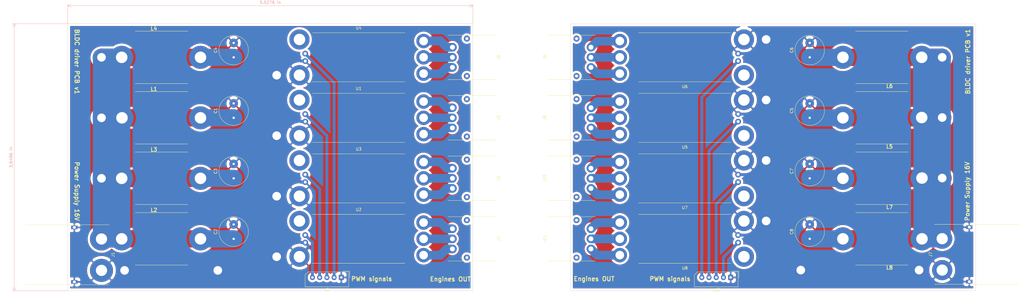
<source format=kicad_pcb>
(kicad_pcb (version 20171130) (host pcbnew "(5.1.0)-1")
  (layers (0 F.Cu signal) (31 B.Cu signal) (34 B.Paste user) (35 F.Paste user) (36 B.SilkS user) (37 F.SilkS user) (38 B.Mask user) (39 F.Mask user) (44 Edge.Cuts user))
  (net 0 "")
  (net 1 GND)
  (net 2 "Net-(C1-Pad1)")
  (net 3 "Net-(C2-Pad1)")
  (net 4 "Net-(C3-Pad1)")
  (net 5 "Net-(C4-Pad1)")
  (net 6 "Net-(J2-Pad5)")
  (net 7 "Net-(J2-Pad4)")
  (net 8 "Net-(J2-Pad3)")
  (net 9 "Net-(J2-Pad2)")
  (net 10 "Net-(J3-Pad3)")
  (net 11 "Net-(J3-Pad1)")
  (net 12 "Net-(J3-Pad2)")
  (net 13 "Net-(J4-Pad3)")
  (net 14 "Net-(J4-Pad1)")
  (net 15 "Net-(J4-Pad2)")
  (net 16 "Net-(J5-Pad3)")
  (net 17 "Net-(J5-Pad1)")
  (net 18 "Net-(J5-Pad2)")
  (net 19 "Net-(J6-Pad3)")
  (net 20 "Net-(J6-Pad1)")
  (net 21 "Net-(J6-Pad2)")
  (net 22 "Net-(C5-Pad1)")
  (net 23 "Net-(C6-Pad1)")
  (net 24 "Net-(C7-Pad1)")
  (net 25 "Net-(C8-Pad1)")
  (net 26 "Net-(J8-Pad3)")
  (net 27 "Net-(J8-Pad1)")
  (net 28 "Net-(J8-Pad2)")
  (net 29 "Net-(J9-Pad3)")
  (net 30 "Net-(J9-Pad1)")
  (net 31 "Net-(J9-Pad2)")
  (net 32 "Net-(J10-Pad3)")
  (net 33 "Net-(J10-Pad1)")
  (net 34 "Net-(J10-Pad2)")
  (net 35 "Net-(J11-Pad3)")
  (net 36 "Net-(J11-Pad1)")
  (net 37 "Net-(J11-Pad2)")
  (net 38 "Net-(J12-Pad5)")
  (net 39 "Net-(J12-Pad4)")
  (net 40 "Net-(J12-Pad3)")
  (net 41 "Net-(J12-Pad2)")
  (net 42 "Net-(J7-Pad2)")
  (net 43 "Net-(J1-Pad1)")
  (module ESC:ESC (layer F.Cu) (at 229.8 76.7 180)
    (fp_text reference U7 (at 0 -10.16 180) (layer F.SilkS))
    (fp_text value ESC)
    (fp_line (start -16 8.5) (end 16 8.5) (layer F.SilkS) (width 0.12))
    (fp_line (start -16 -8.5) (end 16 -8.5) (layer F.SilkS) (width 0.12))
    (pad 3 thru_hole circle (at -18.5 -1.3 180) (size 2 2) (drill 1) (layers *.Cu *.Mask) (net 40 "Net-(J12-Pad3)"))
    (pad 4 thru_hole circle (at -18.5 1.3 180) (size 2 2) (drill 1) (layers *.Cu *.Mask) (net 1 GND))
    (pad 6 thru_hole circle (at 22.5 0 180) (size 5 5) (drill 3) (layers *.Cu *.Mask) (net 34 "Net-(J10-Pad2)"))
    (pad 5 thru_hole circle (at 22.5 5.65 180) (size 5 5) (drill 3) (layers *.Cu *.Mask) (net 32 "Net-(J10-Pad3)"))
    (pad 7 thru_hole circle (at 22.5 -5.65 180) (size 5 5) (drill 3) (layers *.Cu *.Mask) (net 33 "Net-(J10-Pad1)"))
    (pad 2 thru_hole circle (at -20.5 6.2 180) (size 7 7) (drill 4) (layers *.Cu *.Mask) (net 1 GND))
    (pad 1 thru_hole circle (at -20.5 -6.2 180) (size 7 7) (drill 4) (layers *.Cu *.Mask) (net 24 "Net-(C7-Pad1)"))
  )
  (module ESC:ESC (layer F.Cu) (at 229.8 97.7 180)
    (fp_text reference U8 (at 0 -10.16 180) (layer F.SilkS))
    (fp_text value ESC)
    (fp_line (start -16 8.5) (end 16 8.5) (layer F.SilkS) (width 0.12))
    (fp_line (start -16 -8.5) (end 16 -8.5) (layer F.SilkS) (width 0.12))
    (pad 3 thru_hole circle (at -18.5 -1.3 180) (size 2 2) (drill 1) (layers *.Cu *.Mask) (net 41 "Net-(J12-Pad2)"))
    (pad 4 thru_hole circle (at -18.5 1.3 180) (size 2 2) (drill 1) (layers *.Cu *.Mask) (net 1 GND))
    (pad 6 thru_hole circle (at 22.5 0 180) (size 5 5) (drill 3) (layers *.Cu *.Mask) (net 37 "Net-(J11-Pad2)"))
    (pad 5 thru_hole circle (at 22.5 5.65 180) (size 5 5) (drill 3) (layers *.Cu *.Mask) (net 35 "Net-(J11-Pad3)"))
    (pad 7 thru_hole circle (at 22.5 -5.65 180) (size 5 5) (drill 3) (layers *.Cu *.Mask) (net 36 "Net-(J11-Pad1)"))
    (pad 2 thru_hole circle (at -20.5 6.2 180) (size 7 7) (drill 4) (layers *.Cu *.Mask) (net 1 GND))
    (pad 1 thru_hole circle (at -20.5 -6.2 180) (size 7 7) (drill 4) (layers *.Cu *.Mask) (net 25 "Net-(C8-Pad1)"))
  )
  (module ESC:ESC (layer F.Cu) (at 229.8 34.7 180)
    (fp_text reference U6 (at 0 -10.16 180) (layer F.SilkS))
    (fp_text value ESC)
    (fp_line (start -16 8.5) (end 16 8.5) (layer F.SilkS) (width 0.12))
    (fp_line (start -16 -8.5) (end 16 -8.5) (layer F.SilkS) (width 0.12))
    (pad 3 thru_hole circle (at -18.5 -1.3 180) (size 2 2) (drill 1) (layers *.Cu *.Mask) (net 39 "Net-(J12-Pad4)"))
    (pad 4 thru_hole circle (at -18.5 1.3 180) (size 2 2) (drill 1) (layers *.Cu *.Mask) (net 1 GND))
    (pad 6 thru_hole circle (at 22.5 0 180) (size 5 5) (drill 3) (layers *.Cu *.Mask) (net 31 "Net-(J9-Pad2)"))
    (pad 5 thru_hole circle (at 22.5 5.65 180) (size 5 5) (drill 3) (layers *.Cu *.Mask) (net 29 "Net-(J9-Pad3)"))
    (pad 7 thru_hole circle (at 22.5 -5.65 180) (size 5 5) (drill 3) (layers *.Cu *.Mask) (net 30 "Net-(J9-Pad1)"))
    (pad 2 thru_hole circle (at -20.5 6.2 180) (size 7 7) (drill 4) (layers *.Cu *.Mask) (net 1 GND))
    (pad 1 thru_hole circle (at -20.5 -6.2 180) (size 7 7) (drill 4) (layers *.Cu *.Mask) (net 23 "Net-(C6-Pad1)"))
  )
  (module ESC:ESC (layer F.Cu) (at 229.8 55.7 180)
    (fp_text reference U5 (at 0 -10.16 180) (layer F.SilkS))
    (fp_text value ESC)
    (fp_line (start -16 8.5) (end 16 8.5) (layer F.SilkS) (width 0.12))
    (fp_line (start -16 -8.5) (end 16 -8.5) (layer F.SilkS) (width 0.12))
    (pad 3 thru_hole circle (at -18.5 -1.3 180) (size 2 2) (drill 1) (layers *.Cu *.Mask) (net 38 "Net-(J12-Pad5)"))
    (pad 4 thru_hole circle (at -18.5 1.3 180) (size 2 2) (drill 1) (layers *.Cu *.Mask) (net 1 GND))
    (pad 6 thru_hole circle (at 22.5 0 180) (size 5 5) (drill 3) (layers *.Cu *.Mask) (net 28 "Net-(J8-Pad2)"))
    (pad 5 thru_hole circle (at 22.5 5.65 180) (size 5 5) (drill 3) (layers *.Cu *.Mask) (net 26 "Net-(J8-Pad3)"))
    (pad 7 thru_hole circle (at 22.5 -5.65 180) (size 5 5) (drill 3) (layers *.Cu *.Mask) (net 27 "Net-(J8-Pad1)"))
    (pad 2 thru_hole circle (at -20.5 6.2 180) (size 7 7) (drill 4) (layers *.Cu *.Mask) (net 1 GND))
    (pad 1 thru_hole circle (at -20.5 -6.2 180) (size 7 7) (drill 4) (layers *.Cu *.Mask) (net 22 "Net-(C5-Pad1)"))
  )
  (module 74435571100:WE-HCI_189023 (layer F.Cu) (at 298.1 97.7 180)
    (fp_text reference L8 (at -2.65 -10 180) (layer F.SilkS) (effects (font (size 1.27 1.27) (thickness 0.254))))
    (fp_text value L hide)
    (fp_line (start -9.1 9.1) (end 9.1 9.1) (layer F.SilkS) (width 0.127))
    (fp_line (start -9.1 -9.1) (end 9.1 -9.1) (layer F.SilkS) (width 0.127))
    (pad 1 smd rect (at -6.65 0 270) (size 6 6) (layers F.Cu F.Paste F.Mask) (net 42 "Net-(J7-Pad2)"))
    (pad 2 smd rect (at 6.65 0 270) (size 6 6) (layers F.Cu F.Paste F.Mask) (net 25 "Net-(C8-Pad1)"))
  )
  (module 74435571100:WE-HCI_189023 (layer F.Cu) (at 298.1 76.7 180)
    (fp_text reference L7 (at -2.65 -10 180) (layer F.SilkS) (effects (font (size 1.27 1.27) (thickness 0.254))))
    (fp_text value L hide)
    (fp_line (start -9.1 9.1) (end 9.1 9.1) (layer F.SilkS) (width 0.127))
    (fp_line (start -9.1 -9.1) (end 9.1 -9.1) (layer F.SilkS) (width 0.127))
    (pad 1 smd rect (at -6.65 0 270) (size 6 6) (layers F.Cu F.Paste F.Mask) (net 42 "Net-(J7-Pad2)"))
    (pad 2 smd rect (at 6.65 0 270) (size 6 6) (layers F.Cu F.Paste F.Mask) (net 24 "Net-(C7-Pad1)"))
  )
  (module 74435571100:WE-HCI_189023 (layer F.Cu) (at 298.1 34.7 180)
    (fp_text reference L6 (at -2.65 -10 180) (layer F.SilkS) (effects (font (size 1.27 1.27) (thickness 0.254))))
    (fp_text value L hide)
    (fp_line (start -9.1 9.1) (end 9.1 9.1) (layer F.SilkS) (width 0.127))
    (fp_line (start -9.1 -9.1) (end 9.1 -9.1) (layer F.SilkS) (width 0.127))
    (pad 1 smd rect (at -6.65 0 270) (size 6 6) (layers F.Cu F.Paste F.Mask) (net 42 "Net-(J7-Pad2)"))
    (pad 2 smd rect (at 6.65 0 270) (size 6 6) (layers F.Cu F.Paste F.Mask) (net 23 "Net-(C6-Pad1)"))
  )
  (module 74435571100:WE-HCI_189023 (layer F.Cu) (at 298.1 55.7 180)
    (fp_text reference L5 (at -2.65 -10 180) (layer F.SilkS) (effects (font (size 1.27 1.27) (thickness 0.254))))
    (fp_text value L hide)
    (fp_line (start -9.1 9.1) (end 9.1 9.1) (layer F.SilkS) (width 0.127))
    (fp_line (start -9.1 -9.1) (end 9.1 -9.1) (layer F.SilkS) (width 0.127))
    (pad 1 smd rect (at -6.65 0 270) (size 6 6) (layers F.Cu F.Paste F.Mask) (net 42 "Net-(J7-Pad2)"))
    (pad 2 smd rect (at 6.65 0 270) (size 6 6) (layers F.Cu F.Paste F.Mask) (net 22 "Net-(C5-Pad1)"))
  )
  (module Connector_Molex:Molex_SPOX_5267-05A_1x05_P2.50mm_Vertical (layer F.Cu) (at 245.7 111.1 180)
    (fp_text reference J12 (at 5 -4.3 180) (layer F.SilkS))
    (fp_text value Conn_01x05)
    (fp_line (start -2.86 2.21) (end -0.45 2.21) (layer F.SilkS) (width 0.12))
    (fp_line (start -2.86 -0.2) (end -2.86 2.21) (layer F.SilkS) (width 0.12))
    (fp_line (start 12.56 -3.21) (end -2.56 -3.21) (layer F.SilkS) (width 0.12))
    (fp_line (start 12.56 0.91) (end 12.56 -3.21) (layer F.SilkS) (width 0.12))
    (fp_line (start 11.56 1.91) (end 12.56 0.91) (layer F.SilkS) (width 0.12))
    (fp_line (start -2.56 1.91) (end 11.56 1.91) (layer F.SilkS) (width 0.12))
    (fp_line (start -2.56 -3.21) (end -2.56 1.91) (layer F.SilkS) (width 0.12))
    (pad 5 thru_hole oval (at 10 0 180) (size 1.7 1.85) (drill 0.85) (layers *.Cu *.Mask) (net 39 "Net-(J12-Pad4)"))
    (pad 4 thru_hole oval (at 7.5 0 180) (size 1.7 1.85) (drill 0.85) (layers *.Cu *.Mask) (net 38 "Net-(J12-Pad5)"))
    (pad 3 thru_hole oval (at 5 0 180) (size 1.7 1.85) (drill 0.85) (layers *.Cu *.Mask) (net 40 "Net-(J12-Pad3)"))
    (pad 2 thru_hole oval (at 2.5 0 180) (size 1.7 1.85) (drill 0.85) (layers *.Cu *.Mask) (net 41 "Net-(J12-Pad2)"))
    (pad 1 thru_hole roundrect (at 0 0 180) (size 1.7 1.85) (drill 0.85) (layers *.Cu *.Mask) (roundrect_rratio 0.147059) (net 1 GND))
  )
  (module Connectors:MR30PW-FB (layer F.Cu) (at 197.3 97.7 90)
    (fp_text reference J11 (at 0 -16 90) (layer F.SilkS))
    (fp_text value Conn_01x03)
    (fp_line (start 7.7 -15) (end 7.7 1.5) (layer F.SilkS) (width 0.12))
    (fp_line (start -7.7 -15) (end -7.7 1.5) (layer F.SilkS) (width 0.12))
    (pad 5 thru_hole circle (at 6.5 -5 90) (size 2.1 2.1) (drill 1) (layers *.Cu *.Mask))
    (pad 4 thru_hole circle (at -6.5 -5 90) (size 2.1 2.1) (drill 1) (layers *.Cu *.Mask))
    (pad 3 thru_hole circle (at 3.5 0 90) (size 2.8 2.8) (drill 1.7) (layers *.Cu *.Mask) (net 35 "Net-(J11-Pad3)"))
    (pad 1 thru_hole circle (at -3.5 0 90) (size 2.8 2.8) (drill 1.7) (layers *.Cu *.Mask) (net 36 "Net-(J11-Pad1)"))
    (pad 2 thru_hole circle (at 0 0 90) (size 2.8 2.8) (drill 1.7) (layers *.Cu *.Mask) (net 37 "Net-(J11-Pad2)"))
  )
  (module Connectors:MR30PW-FB (layer F.Cu) (at 197.3 76.7 90)
    (fp_text reference J10 (at 0 -16 90) (layer F.SilkS))
    (fp_text value Conn_01x03)
    (fp_line (start 7.7 -15) (end 7.7 1.5) (layer F.SilkS) (width 0.12))
    (fp_line (start -7.7 -15) (end -7.7 1.5) (layer F.SilkS) (width 0.12))
    (pad 5 thru_hole circle (at 6.5 -5 90) (size 2.1 2.1) (drill 1) (layers *.Cu *.Mask))
    (pad 4 thru_hole circle (at -6.5 -5 90) (size 2.1 2.1) (drill 1) (layers *.Cu *.Mask))
    (pad 3 thru_hole circle (at 3.5 0 90) (size 2.8 2.8) (drill 1.7) (layers *.Cu *.Mask) (net 32 "Net-(J10-Pad3)"))
    (pad 1 thru_hole circle (at -3.5 0 90) (size 2.8 2.8) (drill 1.7) (layers *.Cu *.Mask) (net 33 "Net-(J10-Pad1)"))
    (pad 2 thru_hole circle (at 0 0 90) (size 2.8 2.8) (drill 1.7) (layers *.Cu *.Mask) (net 34 "Net-(J10-Pad2)"))
  )
  (module Connectors:MR30PW-FB (layer F.Cu) (at 197.3 34.7 90)
    (fp_text reference J9 (at 0 -16 90) (layer F.SilkS))
    (fp_text value Conn_01x03)
    (fp_line (start 7.7 -15) (end 7.7 1.5) (layer F.SilkS) (width 0.12))
    (fp_line (start -7.7 -15) (end -7.7 1.5) (layer F.SilkS) (width 0.12))
    (pad 5 thru_hole circle (at 6.5 -5 90) (size 2.1 2.1) (drill 1) (layers *.Cu *.Mask))
    (pad 4 thru_hole circle (at -6.5 -5 90) (size 2.1 2.1) (drill 1) (layers *.Cu *.Mask))
    (pad 3 thru_hole circle (at 3.5 0 90) (size 2.8 2.8) (drill 1.7) (layers *.Cu *.Mask) (net 29 "Net-(J9-Pad3)"))
    (pad 1 thru_hole circle (at -3.5 0 90) (size 2.8 2.8) (drill 1.7) (layers *.Cu *.Mask) (net 30 "Net-(J9-Pad1)"))
    (pad 2 thru_hole circle (at 0 0 90) (size 2.8 2.8) (drill 1.7) (layers *.Cu *.Mask) (net 31 "Net-(J9-Pad2)"))
  )
  (module Connectors:MR30PW-FB (layer F.Cu) (at 197.3 55.7 90)
    (fp_text reference J8 (at 0 -16 90) (layer F.SilkS))
    (fp_text value Conn_01x03)
    (fp_line (start 7.7 -15) (end 7.7 1.5) (layer F.SilkS) (width 0.12))
    (fp_line (start -7.7 -15) (end -7.7 1.5) (layer F.SilkS) (width 0.12))
    (pad 5 thru_hole circle (at 6.5 -5 90) (size 2.1 2.1) (drill 1) (layers *.Cu *.Mask))
    (pad 4 thru_hole circle (at -6.5 -5 90) (size 2.1 2.1) (drill 1) (layers *.Cu *.Mask))
    (pad 3 thru_hole circle (at 3.5 0 90) (size 2.8 2.8) (drill 1.7) (layers *.Cu *.Mask) (net 26 "Net-(J8-Pad3)"))
    (pad 1 thru_hole circle (at -3.5 0 90) (size 2.8 2.8) (drill 1.7) (layers *.Cu *.Mask) (net 27 "Net-(J8-Pad1)"))
    (pad 2 thru_hole circle (at 0 0 90) (size 2.8 2.8) (drill 1.7) (layers *.Cu *.Mask) (net 28 "Net-(J8-Pad2)"))
  )
  (module Connectors:XT90PW-F (layer F.Cu) (at 319 103.1 90)
    (fp_text reference J7 (at 0 -4 90) (layer F.SilkS))
    (fp_text value XT90PW-F)
    (fp_line (start 10.4 -2.7) (end 10.4 26.35) (layer F.SilkS) (width 0.12))
    (fp_line (start -10.4 -2.7) (end -10.4 26.35) (layer F.SilkS) (width 0.12))
    (pad 4 thru_hole rect (at 9.45 9.4 90) (size 1.2 2.2) (drill 1) (layers *.Cu *.Mask) (net 1 GND))
    (pad 3 thru_hole rect (at -9.45 9.4 90) (size 1.2 2.2) (drill 1) (layers *.Cu *.Mask) (net 1 GND))
    (pad 2 thru_hole circle (at 5.45 0 90) (size 7 7) (drill 3.9) (layers *.Cu *.Mask) (net 42 "Net-(J7-Pad2)"))
    (pad 1 thru_hole circle (at -5.45 0 90) (size 7 7) (drill 3.9) (layers *.Cu *.Mask) (net 1 GND))
  )
  (module Capacitor_THT:C_Radial_D10.0mm_H20.0mm_P5.00mm (layer F.Cu) (at 273.1 97.7 90)
    (fp_text reference C8 (at 2.5 -6.25 90) (layer F.SilkS))
    (fp_text value CP)
    (fp_circle (center 2.5 0) (end 7.62 0) (layer F.SilkS) (width 0.12))
    (pad 2 thru_hole circle (at 5 0 90) (size 3 3) (drill 0.8) (layers *.Cu *.Mask) (net 1 GND))
    (pad 1 thru_hole circle (at 0 0 90) (size 3 3) (drill 0.8) (layers *.Cu *.Mask) (net 25 "Net-(C8-Pad1)"))
  )
  (module Capacitor_THT:C_Radial_D10.0mm_H20.0mm_P5.00mm (layer F.Cu) (at 273.1 76.7 90)
    (fp_text reference C7 (at 2.5 -6.25 90) (layer F.SilkS))
    (fp_text value CP)
    (fp_circle (center 2.5 0) (end 7.62 0) (layer F.SilkS) (width 0.12))
    (pad 2 thru_hole circle (at 5 0 90) (size 3 3) (drill 0.8) (layers *.Cu *.Mask) (net 1 GND))
    (pad 1 thru_hole circle (at 0 0 90) (size 3 3) (drill 0.8) (layers *.Cu *.Mask) (net 24 "Net-(C7-Pad1)"))
  )
  (module Capacitor_THT:C_Radial_D10.0mm_H20.0mm_P5.00mm (layer F.Cu) (at 273.1 34.7 90)
    (fp_text reference C6 (at 2.5 -6.25 90) (layer F.SilkS))
    (fp_text value CP)
    (fp_circle (center 2.5 0) (end 7.62 0) (layer F.SilkS) (width 0.12))
    (pad 2 thru_hole circle (at 5 0 90) (size 3 3) (drill 0.8) (layers *.Cu *.Mask) (net 1 GND))
    (pad 1 thru_hole circle (at 0 0 90) (size 3 3) (drill 0.8) (layers *.Cu *.Mask) (net 23 "Net-(C6-Pad1)"))
  )
  (module Capacitor_THT:C_Radial_D10.0mm_H20.0mm_P5.00mm (layer F.Cu) (at 273.1 55.7 90)
    (fp_text reference C5 (at 2.5 -6.25 90) (layer F.SilkS))
    (fp_text value CP)
    (fp_circle (center 2.5 0) (end 7.62 0) (layer F.SilkS) (width 0.12))
    (pad 2 thru_hole circle (at 5 0 90) (size 3 3) (drill 0.8) (layers *.Cu *.Mask) (net 1 GND))
    (pad 1 thru_hole circle (at 0 0 90) (size 3 3) (drill 0.8) (layers *.Cu *.Mask) (net 22 "Net-(C5-Pad1)"))
  )
  (module Connectors:MR30PW-FB (layer F.Cu) (at 149.3 76.7 270)
    (fp_text reference J5 (at 0 -16 270) (layer F.SilkS))
    (fp_text value Conn_01x03)
    (fp_line (start 7.7 -15) (end 7.7 1.5) (layer F.SilkS) (width 0.12))
    (fp_line (start -7.7 -15) (end -7.7 1.5) (layer F.SilkS) (width 0.12))
    (pad 5 thru_hole circle (at 6.5 -5 270) (size 2.1 2.1) (drill 1) (layers *.Cu *.Mask))
    (pad 4 thru_hole circle (at -6.5 -5 270) (size 2.1 2.1) (drill 1) (layers *.Cu *.Mask))
    (pad 3 thru_hole circle (at 3.5 0 270) (size 2.8 2.8) (drill 1.7) (layers *.Cu *.Mask) (net 16 "Net-(J5-Pad3)"))
    (pad 1 thru_hole circle (at -3.5 0 270) (size 2.8 2.8) (drill 1.7) (layers *.Cu *.Mask) (net 17 "Net-(J5-Pad1)"))
    (pad 2 thru_hole circle (at 0 0 270) (size 2.8 2.8) (drill 1.7) (layers *.Cu *.Mask) (net 18 "Net-(J5-Pad2)"))
  )
  (module Connectors:MR30PW-FB (layer F.Cu) (at 149.3 97.7 270)
    (fp_text reference J4 (at 0 -16 270) (layer F.SilkS))
    (fp_text value Conn_01x03)
    (fp_line (start 7.7 -15) (end 7.7 1.5) (layer F.SilkS) (width 0.12))
    (fp_line (start -7.7 -15) (end -7.7 1.5) (layer F.SilkS) (width 0.12))
    (pad 5 thru_hole circle (at 6.5 -5 270) (size 2.1 2.1) (drill 1) (layers *.Cu *.Mask))
    (pad 4 thru_hole circle (at -6.5 -5 270) (size 2.1 2.1) (drill 1) (layers *.Cu *.Mask))
    (pad 3 thru_hole circle (at 3.5 0 270) (size 2.8 2.8) (drill 1.7) (layers *.Cu *.Mask) (net 13 "Net-(J4-Pad3)"))
    (pad 1 thru_hole circle (at -3.5 0 270) (size 2.8 2.8) (drill 1.7) (layers *.Cu *.Mask) (net 14 "Net-(J4-Pad1)"))
    (pad 2 thru_hole circle (at 0 0 270) (size 2.8 2.8) (drill 1.7) (layers *.Cu *.Mask) (net 15 "Net-(J4-Pad2)"))
  )
  (module Connectors:MR30PW-FB (layer F.Cu) (at 149.3 55.7 270)
    (fp_text reference J3 (at 0 -16 270) (layer F.SilkS))
    (fp_text value Conn_01x03)
    (fp_line (start 7.7 -15) (end 7.7 1.5) (layer F.SilkS) (width 0.12))
    (fp_line (start -7.7 -15) (end -7.7 1.5) (layer F.SilkS) (width 0.12))
    (pad 5 thru_hole circle (at 6.5 -5 270) (size 2.1 2.1) (drill 1) (layers *.Cu *.Mask))
    (pad 4 thru_hole circle (at -6.5 -5 270) (size 2.1 2.1) (drill 1) (layers *.Cu *.Mask))
    (pad 3 thru_hole circle (at 3.5 0 270) (size 2.8 2.8) (drill 1.7) (layers *.Cu *.Mask) (net 10 "Net-(J3-Pad3)"))
    (pad 1 thru_hole circle (at -3.5 0 270) (size 2.8 2.8) (drill 1.7) (layers *.Cu *.Mask) (net 11 "Net-(J3-Pad1)"))
    (pad 2 thru_hole circle (at 0 0 270) (size 2.8 2.8) (drill 1.7) (layers *.Cu *.Mask) (net 12 "Net-(J3-Pad2)"))
  )
  (module Connectors:MR30PW-FB (layer F.Cu) (at 149.3 34.7 270)
    (fp_text reference J6 (at 0 -16 270) (layer F.SilkS))
    (fp_text value Conn_01x03)
    (fp_line (start 7.7 -15) (end 7.7 1.5) (layer F.SilkS) (width 0.12))
    (fp_line (start -7.7 -15) (end -7.7 1.5) (layer F.SilkS) (width 0.12))
    (pad 5 thru_hole circle (at 6.5 -5 270) (size 2.1 2.1) (drill 1) (layers *.Cu *.Mask))
    (pad 4 thru_hole circle (at -6.5 -5 270) (size 2.1 2.1) (drill 1) (layers *.Cu *.Mask))
    (pad 3 thru_hole circle (at 3.5 0 270) (size 2.8 2.8) (drill 1.7) (layers *.Cu *.Mask) (net 19 "Net-(J6-Pad3)"))
    (pad 1 thru_hole circle (at -3.5 0 270) (size 2.8 2.8) (drill 1.7) (layers *.Cu *.Mask) (net 20 "Net-(J6-Pad1)"))
    (pad 2 thru_hole circle (at 0 0 270) (size 2.8 2.8) (drill 1.7) (layers *.Cu *.Mask) (net 21 "Net-(J6-Pad2)"))
  )
  (module Connectors:XT90PW-F (layer F.Cu) (at 27.7 103.2 270)
    (fp_text reference J1 (at 0 -4 270) (layer F.SilkS))
    (fp_text value XT90PW-F)
    (fp_line (start 10.4 -2.7) (end 10.4 26.35) (layer F.SilkS) (width 0.12))
    (fp_line (start -10.4 -2.7) (end -10.4 26.35) (layer F.SilkS) (width 0.12))
    (pad 4 thru_hole rect (at 9.45 9.4 270) (size 1.2 2.2) (drill 1) (layers *.Cu *.Mask) (net 1 GND))
    (pad 3 thru_hole rect (at -9.45 9.4 270) (size 1.2 2.2) (drill 1) (layers *.Cu *.Mask) (net 1 GND))
    (pad 2 thru_hole circle (at 5.45 0 270) (size 8 8) (drill 3.9) (layers *.Cu *.Mask) (net 1 GND))
    (pad 1 thru_hole circle (at -5.45 0 270) (size 8 8) (drill 3.9) (layers *.Cu *.Mask) (net 43 "Net-(J1-Pad1)"))
  )
  (module ESC:ESC (layer F.Cu) (at 116.8 34.7)
    (fp_text reference U4 (at 0 -10.16) (layer F.SilkS))
    (fp_text value ESC)
    (fp_line (start -16 8.5) (end 16 8.5) (layer F.SilkS) (width 0.12))
    (fp_line (start -16 -8.5) (end 16 -8.5) (layer F.SilkS) (width 0.12))
    (pad 3 thru_hole circle (at -18.5 -1.3) (size 2 2) (drill 1) (layers *.Cu *.Mask) (net 9 "Net-(J2-Pad2)"))
    (pad 4 thru_hole circle (at -18.5 1.3) (size 2 2) (drill 1) (layers *.Cu *.Mask) (net 1 GND))
    (pad 6 thru_hole circle (at 22.5 0) (size 5 5) (drill 3) (layers *.Cu *.Mask) (net 21 "Net-(J6-Pad2)"))
    (pad 5 thru_hole circle (at 22.5 5.65) (size 5 5) (drill 3) (layers *.Cu *.Mask) (net 19 "Net-(J6-Pad3)"))
    (pad 7 thru_hole circle (at 22.5 -5.65) (size 5 5) (drill 3) (layers *.Cu *.Mask) (net 20 "Net-(J6-Pad1)"))
    (pad 2 thru_hole circle (at -20.5 6.2) (size 7 7) (drill 4) (layers *.Cu *.Mask) (net 1 GND))
    (pad 1 thru_hole circle (at -20.5 -6.2) (size 7 7) (drill 4) (layers *.Cu *.Mask) (net 5 "Net-(C4-Pad1)"))
  )
  (module ESC:ESC (layer F.Cu) (at 116.8 76.7)
    (fp_text reference U3 (at 0 -10.16) (layer F.SilkS))
    (fp_text value ESC)
    (fp_line (start -16 8.5) (end 16 8.5) (layer F.SilkS) (width 0.12))
    (fp_line (start -16 -8.5) (end 16 -8.5) (layer F.SilkS) (width 0.12))
    (pad 3 thru_hole circle (at -18.5 -1.3) (size 2 2) (drill 1) (layers *.Cu *.Mask) (net 8 "Net-(J2-Pad3)"))
    (pad 4 thru_hole circle (at -18.5 1.3) (size 2 2) (drill 1) (layers *.Cu *.Mask) (net 1 GND))
    (pad 6 thru_hole circle (at 22.5 0) (size 5 5) (drill 3) (layers *.Cu *.Mask) (net 18 "Net-(J5-Pad2)"))
    (pad 5 thru_hole circle (at 22.5 5.65) (size 5 5) (drill 3) (layers *.Cu *.Mask) (net 16 "Net-(J5-Pad3)"))
    (pad 7 thru_hole circle (at 22.5 -5.65) (size 5 5) (drill 3) (layers *.Cu *.Mask) (net 17 "Net-(J5-Pad1)"))
    (pad 2 thru_hole circle (at -20.5 6.2) (size 7 7) (drill 4) (layers *.Cu *.Mask) (net 1 GND))
    (pad 1 thru_hole circle (at -20.5 -6.2) (size 7 7) (drill 4) (layers *.Cu *.Mask) (net 4 "Net-(C3-Pad1)"))
  )
  (module ESC:ESC (layer F.Cu) (at 116.8 97.7)
    (fp_text reference U2 (at 0 -10.16) (layer F.SilkS))
    (fp_text value ESC)
    (fp_line (start -16 8.5) (end 16 8.5) (layer F.SilkS) (width 0.12))
    (fp_line (start -16 -8.5) (end 16 -8.5) (layer F.SilkS) (width 0.12))
    (pad 3 thru_hole circle (at -18.5 -1.3) (size 2 2) (drill 1) (layers *.Cu *.Mask) (net 7 "Net-(J2-Pad4)"))
    (pad 4 thru_hole circle (at -18.5 1.3) (size 2 2) (drill 1) (layers *.Cu *.Mask) (net 1 GND))
    (pad 6 thru_hole circle (at 22.5 0) (size 5 5) (drill 3) (layers *.Cu *.Mask) (net 15 "Net-(J4-Pad2)"))
    (pad 5 thru_hole circle (at 22.5 5.65) (size 5 5) (drill 3) (layers *.Cu *.Mask) (net 13 "Net-(J4-Pad3)"))
    (pad 7 thru_hole circle (at 22.5 -5.65) (size 5 5) (drill 3) (layers *.Cu *.Mask) (net 14 "Net-(J4-Pad1)"))
    (pad 2 thru_hole circle (at -20.5 6.2) (size 7 7) (drill 4) (layers *.Cu *.Mask) (net 1 GND))
    (pad 1 thru_hole circle (at -20.5 -6.2) (size 7 7) (drill 4) (layers *.Cu *.Mask) (net 3 "Net-(C2-Pad1)"))
  )
  (module ESC:ESC (layer F.Cu) (at 116.8 55.7)
    (fp_text reference U1 (at 0 -10.16) (layer F.SilkS))
    (fp_text value ESC)
    (fp_line (start -16 8.5) (end 16 8.5) (layer F.SilkS) (width 0.12))
    (fp_line (start -16 -8.5) (end 16 -8.5) (layer F.SilkS) (width 0.12))
    (pad 3 thru_hole circle (at -18.5 -1.3) (size 2 2) (drill 1) (layers *.Cu *.Mask) (net 6 "Net-(J2-Pad5)"))
    (pad 4 thru_hole circle (at -18.5 1.3) (size 2 2) (drill 1) (layers *.Cu *.Mask) (net 1 GND))
    (pad 6 thru_hole circle (at 22.5 0) (size 5 5) (drill 3) (layers *.Cu *.Mask) (net 12 "Net-(J3-Pad2)"))
    (pad 5 thru_hole circle (at 22.5 5.65) (size 5 5) (drill 3) (layers *.Cu *.Mask) (net 10 "Net-(J3-Pad3)"))
    (pad 7 thru_hole circle (at 22.5 -5.65) (size 5 5) (drill 3) (layers *.Cu *.Mask) (net 11 "Net-(J3-Pad1)"))
    (pad 2 thru_hole circle (at -20.5 6.2) (size 7 7) (drill 4) (layers *.Cu *.Mask) (net 1 GND))
    (pad 1 thru_hole circle (at -20.5 -6.2) (size 7 7) (drill 4) (layers *.Cu *.Mask) (net 2 "Net-(C1-Pad1)"))
  )
  (module Capacitor_THT:C_Radial_D10.0mm_H20.0mm_P5.00mm (layer F.Cu) (at 73.5 55.7 90)
    (fp_text reference C1 (at 2.5 -6.25 90) (layer F.SilkS))
    (fp_text value CP)
    (fp_circle (center 2.5 0) (end 7.62 0) (layer F.SilkS) (width 0.12))
    (pad 2 thru_hole circle (at 5 0 90) (size 3 3) (drill 0.8) (layers *.Cu *.Mask) (net 1 GND))
    (pad 1 thru_hole circle (at 0 0 90) (size 3 3) (drill 0.8) (layers *.Cu *.Mask) (net 2 "Net-(C1-Pad1)"))
  )
  (module Capacitor_THT:C_Radial_D10.0mm_H20.0mm_P5.00mm (layer F.Cu) (at 73.5 97.7 90)
    (fp_text reference C2 (at 2.5 -6.25 90) (layer F.SilkS))
    (fp_text value CP)
    (fp_circle (center 2.5 0) (end 7.62 0) (layer F.SilkS) (width 0.12))
    (pad 2 thru_hole circle (at 5 0 90) (size 3 3) (drill 0.8) (layers *.Cu *.Mask) (net 1 GND))
    (pad 1 thru_hole circle (at 0 0 90) (size 3 3) (drill 0.8) (layers *.Cu *.Mask) (net 3 "Net-(C2-Pad1)"))
  )
  (module Capacitor_THT:C_Radial_D10.0mm_H20.0mm_P5.00mm (layer F.Cu) (at 73.5 76.7 90)
    (fp_text reference C3 (at 2.5 -6.25 90) (layer F.SilkS))
    (fp_text value CP)
    (fp_circle (center 2.5 0) (end 7.62 0) (layer F.SilkS) (width 0.12))
    (pad 2 thru_hole circle (at 5 0 90) (size 3 3) (drill 0.8) (layers *.Cu *.Mask) (net 1 GND))
    (pad 1 thru_hole circle (at 0 0 90) (size 3 3) (drill 0.8) (layers *.Cu *.Mask) (net 4 "Net-(C3-Pad1)"))
  )
  (module Capacitor_THT:C_Radial_D10.0mm_H20.0mm_P5.00mm (layer F.Cu) (at 73.5 34.7 90)
    (fp_text reference C4 (at 2.5 -6.25 90) (layer F.SilkS))
    (fp_text value CP)
    (fp_circle (center 2.5 0) (end 7.62 0) (layer F.SilkS) (width 0.12))
    (pad 2 thru_hole circle (at 5 0 90) (size 3 3) (drill 0.8) (layers *.Cu *.Mask) (net 1 GND))
    (pad 1 thru_hole circle (at 0 0 90) (size 3 3) (drill 0.8) (layers *.Cu *.Mask) (net 5 "Net-(C4-Pad1)"))
  )
  (module Connector_Molex:Molex_SPOX_5267-05A_1x05_P2.50mm_Vertical (layer F.Cu) (at 110.8 111.1 180)
    (fp_text reference J2 (at 5 -4.3 180) (layer F.SilkS))
    (fp_text value Conn_01x05)
    (fp_line (start -2.86 2.21) (end -0.45 2.21) (layer F.SilkS) (width 0.12))
    (fp_line (start -2.86 -0.2) (end -2.86 2.21) (layer F.SilkS) (width 0.12))
    (fp_line (start 12.56 -3.21) (end -2.56 -3.21) (layer F.SilkS) (width 0.12))
    (fp_line (start 12.56 0.91) (end 12.56 -3.21) (layer F.SilkS) (width 0.12))
    (fp_line (start 11.56 1.91) (end 12.56 0.91) (layer F.SilkS) (width 0.12))
    (fp_line (start -2.56 1.91) (end 11.56 1.91) (layer F.SilkS) (width 0.12))
    (fp_line (start -2.56 -3.21) (end -2.56 1.91) (layer F.SilkS) (width 0.12))
    (pad 5 thru_hole oval (at 10 0 180) (size 1.7 1.85) (drill 0.85) (layers *.Cu *.Mask) (net 7 "Net-(J2-Pad4)"))
    (pad 4 thru_hole oval (at 7.5 0 180) (size 1.7 1.85) (drill 0.85) (layers *.Cu *.Mask) (net 8 "Net-(J2-Pad3)"))
    (pad 3 thru_hole oval (at 5 0 180) (size 1.7 1.85) (drill 0.85) (layers *.Cu *.Mask) (net 6 "Net-(J2-Pad5)"))
    (pad 2 thru_hole oval (at 2.5 0 180) (size 1.7 1.85) (drill 0.85) (layers *.Cu *.Mask) (net 9 "Net-(J2-Pad2)"))
    (pad 1 thru_hole roundrect (at 0 0 180) (size 1.7 1.85) (drill 0.85) (layers *.Cu *.Mask) (roundrect_rratio 0.147059) (net 1 GND))
  )
  (module 74435571100:WE-HCI_189023 (layer F.Cu) (at 48.5 55.7)
    (fp_text reference L1 (at -2.65 -10) (layer F.SilkS) (effects (font (size 1.27 1.27) (thickness 0.254))))
    (fp_text value L hide)
    (fp_line (start -9.1 9.1) (end 9.1 9.1) (layer F.SilkS) (width 0.127))
    (fp_line (start -9.1 -9.1) (end 9.1 -9.1) (layer F.SilkS) (width 0.127))
    (pad 1 smd rect (at -6.65 0 90) (size 6 6) (layers F.Cu F.Paste F.Mask) (net 43 "Net-(J1-Pad1)"))
    (pad 2 smd rect (at 6.65 0 90) (size 6 6) (layers F.Cu F.Paste F.Mask) (net 2 "Net-(C1-Pad1)"))
  )
  (module 74435571100:WE-HCI_189023 (layer F.Cu) (at 48.5 97.7)
    (fp_text reference L2 (at -2.65 -10) (layer F.SilkS) (effects (font (size 1.27 1.27) (thickness 0.254))))
    (fp_text value L hide)
    (fp_line (start -9.1 9.1) (end 9.1 9.1) (layer F.SilkS) (width 0.127))
    (fp_line (start -9.1 -9.1) (end 9.1 -9.1) (layer F.SilkS) (width 0.127))
    (pad 1 smd rect (at -6.65 0 90) (size 6 6) (layers F.Cu F.Paste F.Mask) (net 43 "Net-(J1-Pad1)"))
    (pad 2 smd rect (at 6.65 0 90) (size 6 6) (layers F.Cu F.Paste F.Mask) (net 3 "Net-(C2-Pad1)"))
  )
  (module 74435571100:WE-HCI_189023 (layer F.Cu) (at 48.5 76.7)
    (fp_text reference L3 (at -2.65 -10) (layer F.SilkS) (effects (font (size 1.27 1.27) (thickness 0.254))))
    (fp_text value L hide)
    (fp_line (start -9.1 9.1) (end 9.1 9.1) (layer F.SilkS) (width 0.127))
    (fp_line (start -9.1 -9.1) (end 9.1 -9.1) (layer F.SilkS) (width 0.127))
    (pad 1 smd rect (at -6.65 0 90) (size 6 6) (layers F.Cu F.Paste F.Mask) (net 43 "Net-(J1-Pad1)"))
    (pad 2 smd rect (at 6.65 0 90) (size 6 6) (layers F.Cu F.Paste F.Mask) (net 4 "Net-(C3-Pad1)"))
  )
  (module 74435571100:WE-HCI_189023 (layer F.Cu) (at 48.5 34.7)
    (fp_text reference L4 (at -2.65 -10) (layer F.SilkS) (effects (font (size 1.27 1.27) (thickness 0.254))))
    (fp_text value L hide)
    (fp_line (start -9.1 9.1) (end 9.1 9.1) (layer F.SilkS) (width 0.127))
    (fp_line (start -9.1 -9.1) (end 9.1 -9.1) (layer F.SilkS) (width 0.127))
    (pad 1 smd rect (at -6.65 0 90) (size 6 6) (layers F.Cu F.Paste F.Mask) (net 43 "Net-(J1-Pad1)"))
    (pad 2 smd rect (at 6.65 0 90) (size 6 6) (layers F.Cu F.Paste F.Mask) (net 5 "Net-(C4-Pad1)"))
  )
  (gr_text "BLDC driver PCB v1\n" (at 327.9 36.2 90) (layer F.SilkS) (effects (font (size 1.5 1.5) (thickness 0.3))))
  (gr_text "BLDC driver PCB v1\n" (at 19.2 36.2 270) (layer F.SilkS) (effects (font (size 1.5 1.5) (thickness 0.3))))
  (gr_text "Power Supply 16V" (at 327.7 81.2 90) (layer F.SilkS) (effects (font (size 1.5 1.5) (thickness 0.3))))
  (gr_text "PWM signals" (at 224.7 111.6) (layer F.SilkS) (effects (font (size 1.5 1.5) (thickness 0.3))))
  (gr_text "Engines OUT" (at 198.4 111.6) (layer F.SilkS) (effects (font (size 1.5 1.5) (thickness 0.3))))
  (gr_text "Engines OUT" (at 148.6 111.7) (layer F.SilkS) (effects (font (size 1.5 1.5) (thickness 0.3))))
  (gr_text "PWM signals" (at 121.3 111.6) (layer F.SilkS) (effects (font (size 1.5 1.5) (thickness 0.3))))
  (gr_text "Power Supply 16V" (at 19.2 81.2 270) (layer F.SilkS) (effects (font (size 1.5 1.5) (thickness 0.3))))
  (dimension 92.7 (width 0.12) (layer B.SilkS) (gr_text "92,700 mm" (at -3.77 69.35 270) (layer B.SilkS) (effects (font (size 1 1) (thickness 0.15)))) (feature1 (pts (xy 16 115.7) (xy -3.086421 115.7))) (feature2 (pts (xy 16 23) (xy -3.086421 23))) (crossbar (pts (xy -2.5 23) (xy -2.5 115.7))) (arrow1a (pts (xy -2.5 115.7) (xy -3.086421 114.573496))) (arrow1b (pts (xy -2.5 115.7) (xy -1.913579 114.573496))) (arrow2a (pts (xy -2.5 23) (xy -3.086421 24.126504))) (arrow2b (pts (xy -2.5 23) (xy -1.913579 24.126504))))
  (dimension 140.4 (width 0.12) (layer B.SilkS) (gr_text "140,400 mm" (at 86.2 15.53) (layer B.SilkS) (effects (font (size 1 1) (thickness 0.15)))) (feature1 (pts (xy 156.4 23) (xy 156.4 16.213579))) (feature2 (pts (xy 16 23) (xy 16 16.213579))) (crossbar (pts (xy 16 16.8) (xy 156.4 16.8))) (arrow1a (pts (xy 156.4 16.8) (xy 155.273496 17.386421))) (arrow1b (pts (xy 156.4 16.8) (xy 155.273496 16.213579))) (arrow2a (pts (xy 16 16.8) (xy 17.126504 17.386421))) (arrow2b (pts (xy 16 16.8) (xy 17.126504 16.213579))))
  (gr_line (start 330.6 23.1) (end 330.6 115.7) (layer Edge.Cuts) (width 0.1))
  (gr_line (start 330.6 115.7) (end 190.2 115.7) (layer Edge.Cuts) (width 0.1))
  (gr_line (start 190.2 23.1) (end 330.6 23.1) (layer Edge.Cuts) (width 0.1))
  (gr_line (start 190.2 23.1) (end 190.2 115.7) (layer Edge.Cuts) (width 0.1))
  (gr_line (start 156.4 115.7) (end 16 115.7) (layer Edge.Cuts) (width 0.1))
  (gr_line (start 156.4 23) (end 156.4 115.7) (layer Edge.Cuts) (width 0.1))
  (gr_line (start 16 23) (end 156.4 23) (layer Edge.Cuts) (width 0.1))
  (gr_line (start 16 115.7) (end 16 23) (layer Edge.Cuts) (width 0.1))
  (segment (start 99.299999 100.399999) (end 99.3 100.4) (width 0.5) (layer B.Cu) (net 1))
  (segment (start 99.299999 99.999999) (end 99.299999 100.399999) (width 0.5) (layer B.Cu) (net 1))
  (segment (start 98.3 99) (end 99.299999 99.999999) (width 0.5) (layer B.Cu) (net 1))
  (segment (start 98.3 99) (end 99.3 100) (width 1) (layer B.Cu) (net 1))
  (segment (start 99.3 100) (end 99.3 100.8) (width 1) (layer B.Cu) (net 1))
  (segment (start 99.3 100.8) (end 97.5 102.6) (width 1) (layer B.Cu) (net 1))
  (segment (start 96.885787 99) (end 96.285787 98.4) (width 1) (layer B.Cu) (net 1))
  (segment (start 98.3 99) (end 96.885787 99) (width 1) (layer B.Cu) (net 1))
  (segment (start 96.885787 78) (end 96.485787 77.6) (width 1) (layer B.Cu) (net 1))
  (segment (start 98.3 78) (end 96.885787 78) (width 1) (layer B.Cu) (net 1))
  (segment (start 98.3 78) (end 96.7 78) (width 1) (layer B.Cu) (net 1))
  (segment (start 96.7 78) (end 95.8 77.1) (width 1) (layer B.Cu) (net 1))
  (segment (start 96.885787 57) (end 96.585787 56.7) (width 1) (layer B.Cu) (net 1))
  (segment (start 98.3 57) (end 96.885787 57) (width 1) (layer B.Cu) (net 1))
  (segment (start 96.585787 56.7) (end 95.3 56.7) (width 1) (layer B.Cu) (net 1))
  (segment (start 96.885787 36) (end 96.185787 35.3) (width 1) (layer B.Cu) (net 1))
  (segment (start 98.3 36) (end 96.885787 36) (width 1) (layer B.Cu) (net 1))
  (segment (start 96.185787 35.3) (end 94.9 35.3) (width 1) (layer B.Cu) (net 1))
  (segment (start 248.3 33.4) (end 249.714213 33.4) (width 1) (layer B.Cu) (net 1))
  (segment (start 249.714213 33.4) (end 251.4 33.4) (width 1) (layer B.Cu) (net 1))
  (segment (start 248.3 54.4) (end 251.9 54.4) (width 1) (layer B.Cu) (net 1))
  (segment (start 248.3 75.4) (end 249.714213 75.4) (width 1) (layer B.Cu) (net 1))
  (segment (start 249.714213 75.4) (end 251.6 75.4) (width 1) (layer B.Cu) (net 1))
  (segment (start 248.3 96.4) (end 252.1 96.4) (width 1) (layer B.Cu) (net 1))
  (via (at 311 108.55) (size 6) (drill 3) (layers F.Cu B.Cu) (net 1))
  (via (at 258 91.5) (size 6) (drill 3) (layers F.Cu B.Cu) (net 1))
  (via (at 258 70.5) (size 6) (drill 3) (layers F.Cu B.Cu) (net 1))
  (via (at 258 49.5) (size 6) (drill 3) (layers F.Cu B.Cu) (net 1))
  (via (at 258 28.5) (size 6) (drill 3) (layers F.Cu B.Cu) (net 1))
  (via (at 35.7 108.65) (size 6) (drill 3) (layers F.Cu B.Cu) (net 1))
  (via (at 88.4 103.9) (size 6) (drill 3) (layers F.Cu B.Cu) (net 1))
  (via (at 88.4 82.9) (size 6) (drill 3) (layers F.Cu B.Cu) (net 1))
  (via (at 88.4 61.9) (size 6) (drill 3) (layers F.Cu B.Cu) (net 1))
  (via (at 88.4 40.9) (size 6) (drill 3) (layers F.Cu B.Cu) (net 1))
  (via (at 270 108.55) (size 6) (drill 3) (layers F.Cu B.Cu) (net 1))
  (via (at 68 108.65) (size 6) (drill 3) (layers F.Cu B.Cu) (net 1))
  (via (at 62 55.7) (size 8) (drill 4) (layers F.Cu B.Cu) (net 2))
  (segment (start 55.15 55.7) (end 62 55.7) (width 6) (layer F.Cu) (net 2))
  (segment (start 62 55.7) (end 73.5 55.7) (width 6) (layer B.Cu) (net 2))
  (via (at 62 97.7) (size 8) (drill 4) (layers F.Cu B.Cu) (net 3))
  (segment (start 55.15 97.7) (end 62 97.7) (width 6) (layer F.Cu) (net 3))
  (segment (start 62 97.7) (end 73.5 97.7) (width 6) (layer B.Cu) (net 3))
  (via (at 62 76.7) (size 8) (drill 4) (layers F.Cu B.Cu) (net 4))
  (segment (start 55.15 76.7) (end 62 76.7) (width 6) (layer F.Cu) (net 4))
  (segment (start 62 76.7) (end 73.5 76.7) (width 6) (layer B.Cu) (net 4))
  (via (at 62 34.7) (size 8) (drill 4) (layers F.Cu B.Cu) (net 5))
  (segment (start 55.15 34.7) (end 62 34.7) (width 6) (layer F.Cu) (net 5))
  (segment (start 62 34.7) (end 73.5 34.7) (width 6) (layer B.Cu) (net 5))
  (segment (start 105.8 61.9) (end 98.3 54.4) (width 1) (layer B.Cu) (net 6))
  (segment (start 105.8 111.1) (end 105.8 61.9) (width 1) (layer B.Cu) (net 6))
  (segment (start 100.8 98.9) (end 98.3 96.4) (width 1) (layer B.Cu) (net 7))
  (segment (start 100.8 98.9) (end 100.8 111.2) (width 1) (layer B.Cu) (net 7))
  (segment (start 103.3 80.4) (end 99.299999 76.399999) (width 1) (layer B.Cu) (net 8))
  (segment (start 99.299999 76.399999) (end 98.1 75.2) (width 1) (layer B.Cu) (net 8))
  (segment (start 103.3 111.1) (end 103.3 80.4) (width 1) (layer B.Cu) (net 8))
  (segment (start 108.3 43.483998) (end 98.216002 33.4) (width 1) (layer B.Cu) (net 9))
  (segment (start 108.3 111.1) (end 108.3 43.483998) (width 1) (layer B.Cu) (net 9))
  (segment (start 149.3 59.2) (end 147.320102 59.2) (width 3) (layer B.Cu) (net 10))
  (segment (start 145.120102 61.4) (end 139.2 61.4) (width 3) (layer B.Cu) (net 10))
  (segment (start 147.320102 59.2) (end 145.120102 61.4) (width 3) (layer B.Cu) (net 10))
  (segment (start 147.320102 52.2) (end 145.120102 50) (width 3) (layer B.Cu) (net 11))
  (segment (start 145.120102 50) (end 139.4 50) (width 3) (layer B.Cu) (net 11))
  (segment (start 149.3 52.2) (end 147.320102 52.2) (width 3) (layer B.Cu) (net 11))
  (segment (start 139.3 55.7) (end 149.3 55.7) (width 3) (layer B.Cu) (net 12))
  (segment (start 147.320102 101.2) (end 145.120102 103.4) (width 3) (layer B.Cu) (net 13))
  (segment (start 149.3 101.2) (end 147.320102 101.2) (width 3) (layer B.Cu) (net 13))
  (segment (start 145.120102 103.4) (end 139.2 103.4) (width 3) (layer B.Cu) (net 13))
  (segment (start 149.3 101.2) (end 147.320102 101.2) (width 3) (layer B.Cu) (net 13))
  (segment (start 145.120102 103.4) (end 139.2 103.4) (width 3) (layer B.Cu) (net 13))
  (segment (start 147.320102 101.2) (end 145.120102 103.4) (width 3) (layer B.Cu) (net 13))
  (segment (start 147.320102 94.2) (end 145.120102 92) (width 3) (layer B.Cu) (net 14))
  (segment (start 149.3 94.2) (end 147.320102 94.2) (width 3) (layer B.Cu) (net 14))
  (segment (start 145.120102 92) (end 139.4 92) (width 3) (layer B.Cu) (net 14))
  (segment (start 149.3 94.2) (end 147.320102 94.2) (width 3) (layer B.Cu) (net 14))
  (segment (start 147.320102 94.2) (end 145.120102 92) (width 3) (layer B.Cu) (net 14))
  (segment (start 145.120102 92) (end 139.4 92) (width 3) (layer B.Cu) (net 14))
  (segment (start 139.3 97.7) (end 149.3 97.7) (width 3) (layer B.Cu) (net 15))
  (segment (start 139.3 97.7) (end 149.3 97.7) (width 3) (layer B.Cu) (net 15))
  (segment (start 145.120102 82.4) (end 139.2 82.4) (width 3) (layer B.Cu) (net 16))
  (segment (start 149.3 80.2) (end 147.320102 80.2) (width 3) (layer B.Cu) (net 16))
  (segment (start 147.320102 80.2) (end 145.120102 82.4) (width 3) (layer B.Cu) (net 16))
  (segment (start 147.320102 80.2) (end 145.120102 82.4) (width 3) (layer B.Cu) (net 16))
  (segment (start 149.3 80.2) (end 147.320102 80.2) (width 3) (layer B.Cu) (net 16))
  (segment (start 145.120102 82.4) (end 139.2 82.4) (width 3) (layer B.Cu) (net 16))
  (segment (start 145.120102 71) (end 139.4 71) (width 3) (layer B.Cu) (net 17))
  (segment (start 147.320102 73.2) (end 145.120102 71) (width 3) (layer B.Cu) (net 17))
  (segment (start 149.3 73.2) (end 147.320102 73.2) (width 3) (layer B.Cu) (net 17))
  (segment (start 149.3 73.2) (end 147.320102 73.2) (width 3) (layer B.Cu) (net 17))
  (segment (start 147.320102 73.2) (end 145.120102 71) (width 3) (layer B.Cu) (net 17))
  (segment (start 145.120102 71) (end 139.4 71) (width 3) (layer B.Cu) (net 17))
  (segment (start 139.3 76.7) (end 149.3 76.7) (width 3) (layer B.Cu) (net 18))
  (segment (start 139.3 76.7) (end 149.3 76.7) (width 3) (layer B.Cu) (net 18))
  (segment (start 147.320102 38.2) (end 145.120102 40.4) (width 3) (layer B.Cu) (net 19))
  (segment (start 149.3 38.2) (end 147.320102 38.2) (width 3) (layer B.Cu) (net 19))
  (segment (start 145.120102 40.4) (end 139.2 40.4) (width 3) (layer B.Cu) (net 19))
  (segment (start 147.320102 38.2) (end 145.120102 40.4) (width 3) (layer B.Cu) (net 19))
  (segment (start 149.3 38.2) (end 147.320102 38.2) (width 3) (layer B.Cu) (net 19))
  (segment (start 145.120102 40.4) (end 139.2 40.4) (width 3) (layer B.Cu) (net 19))
  (segment (start 149.3 31.2) (end 147.320102 31.2) (width 3) (layer B.Cu) (net 20))
  (segment (start 147.320102 31.2) (end 145.120102 29) (width 3) (layer B.Cu) (net 20))
  (segment (start 145.120102 29) (end 139.4 29) (width 3) (layer B.Cu) (net 20))
  (segment (start 149.3 31.2) (end 147.320102 31.2) (width 3) (layer B.Cu) (net 20))
  (segment (start 147.320102 31.2) (end 145.120102 29) (width 3) (layer B.Cu) (net 20))
  (segment (start 145.120102 29) (end 139.4 29) (width 3) (layer B.Cu) (net 20))
  (segment (start 139.3 34.7) (end 149.3 34.7) (width 3) (layer B.Cu) (net 21))
  (segment (start 139.3 34.7) (end 149.3 34.7) (width 3) (layer B.Cu) (net 21))
  (via (at 284.6 55.7) (size 8) (drill 4) (layers F.Cu B.Cu) (net 22))
  (segment (start 291.45 55.7) (end 284.6 55.7) (width 6) (layer F.Cu) (net 22))
  (segment (start 284.6 55.7) (end 273.1 55.7) (width 6) (layer B.Cu) (net 22))
  (via (at 284.6 34.7) (size 8) (drill 4) (layers F.Cu B.Cu) (net 23))
  (segment (start 291.45 34.7) (end 284.6 34.7) (width 6) (layer F.Cu) (net 23))
  (segment (start 284.6 34.7) (end 273.1 34.7) (width 6) (layer B.Cu) (net 23))
  (via (at 284.6 76.7) (size 8) (drill 4) (layers F.Cu B.Cu) (net 24))
  (segment (start 291.45 76.7) (end 284.6 76.7) (width 6) (layer F.Cu) (net 24))
  (segment (start 284.6 76.7) (end 273.1 76.7) (width 6) (layer B.Cu) (net 24))
  (via (at 284.6 97.7) (size 8) (drill 4) (layers F.Cu B.Cu) (net 25))
  (segment (start 291.45 97.7) (end 284.6 97.7) (width 6) (layer F.Cu) (net 25))
  (segment (start 284.6 97.7) (end 273.1 97.7) (width 6) (layer B.Cu) (net 25))
  (segment (start 197.3 52.2) (end 199.4 50.1) (width 3) (layer B.Cu) (net 26))
  (segment (start 199.4 50.1) (end 207.4 50.1) (width 3) (layer B.Cu) (net 26))
  (segment (start 197.4 52.2) (end 199.5 50.1) (width 3) (layer B.Cu) (net 26))
  (segment (start 199.5 50.1) (end 207.5 50.1) (width 3) (layer B.Cu) (net 26))
  (segment (start 197.3 59.2) (end 199.5 61.4) (width 3) (layer B.Cu) (net 27))
  (segment (start 199.5 61.4) (end 207.3 61.4) (width 3) (layer B.Cu) (net 27))
  (segment (start 197.4 59.2) (end 199.6 61.4) (width 3) (layer B.Cu) (net 27))
  (segment (start 199.6 61.4) (end 207.4 61.4) (width 3) (layer B.Cu) (net 27))
  (segment (start 197.3 55.7) (end 207.4 55.7) (width 3) (layer B.Cu) (net 28))
  (segment (start 197.4 55.7) (end 207.5 55.7) (width 3) (layer B.Cu) (net 28))
  (segment (start 197.3 31.2) (end 199.4 29.1) (width 3) (layer B.Cu) (net 29))
  (segment (start 199.4 29.1) (end 207.4 29.1) (width 3) (layer B.Cu) (net 29))
  (segment (start 197.3 38.2) (end 199.5 40.4) (width 3) (layer B.Cu) (net 30))
  (segment (start 199.5 40.4) (end 207.3 40.4) (width 3) (layer B.Cu) (net 30))
  (segment (start 197.3 34.7) (end 207.4 34.7) (width 3) (layer B.Cu) (net 31))
  (segment (start 199.4 71.1) (end 207.4 71.1) (width 3) (layer B.Cu) (net 32))
  (segment (start 197.3 73.2) (end 199.4 71.1) (width 3) (layer B.Cu) (net 32))
  (segment (start 199.4 71.1) (end 207.4 71.1) (width 3) (layer B.Cu) (net 32))
  (segment (start 197.3 73.2) (end 199.4 71.1) (width 3) (layer B.Cu) (net 32))
  (segment (start 197.3 80.2) (end 199.5 82.4) (width 3) (layer B.Cu) (net 33))
  (segment (start 199.5 82.4) (end 207.3 82.4) (width 3) (layer B.Cu) (net 33))
  (segment (start 197.3 80.2) (end 199.5 82.4) (width 3) (layer B.Cu) (net 33))
  (segment (start 199.5 82.4) (end 207.3 82.4) (width 3) (layer B.Cu) (net 33))
  (segment (start 197.3 76.7) (end 207.4 76.7) (width 3) (layer B.Cu) (net 34))
  (segment (start 197.3 76.7) (end 207.4 76.7) (width 3) (layer B.Cu) (net 34))
  (segment (start 197.3 94.2) (end 199.4 92.1) (width 3) (layer B.Cu) (net 35))
  (segment (start 199.4 92.1) (end 207.4 92.1) (width 3) (layer B.Cu) (net 35))
  (segment (start 197.3 94.2) (end 199.4 92.1) (width 3) (layer B.Cu) (net 35))
  (segment (start 199.4 92.1) (end 207.4 92.1) (width 3) (layer B.Cu) (net 35))
  (segment (start 197.3 94.2) (end 199.4 92.1) (width 3) (layer B.Cu) (net 35))
  (segment (start 199.4 92.1) (end 207.4 92.1) (width 3) (layer B.Cu) (net 35))
  (segment (start 197.3 101.2) (end 199.5 103.4) (width 3) (layer B.Cu) (net 36))
  (segment (start 199.5 103.4) (end 207.3 103.4) (width 3) (layer B.Cu) (net 36))
  (segment (start 197.3 101.2) (end 199.5 103.4) (width 3) (layer B.Cu) (net 36))
  (segment (start 199.5 103.4) (end 207.3 103.4) (width 3) (layer B.Cu) (net 36))
  (segment (start 199.5 103.4) (end 207.3 103.4) (width 3) (layer B.Cu) (net 36))
  (segment (start 197.3 101.2) (end 199.5 103.4) (width 3) (layer B.Cu) (net 36))
  (segment (start 197.3 97.7) (end 207.4 97.7) (width 3) (layer B.Cu) (net 37))
  (segment (start 197.3 97.7) (end 207.4 97.7) (width 3) (layer B.Cu) (net 37))
  (segment (start 197.3 97.7) (end 207.4 97.7) (width 3) (layer B.Cu) (net 37))
  (segment (start 238.2 67.1) (end 248.3 57) (width 1) (layer B.Cu) (net 38))
  (segment (start 238.2 111.1) (end 238.2 67.1) (width 1) (layer B.Cu) (net 38))
  (segment (start 235.7 48.6) (end 248.3 36) (width 1) (layer B.Cu) (net 39))
  (segment (start 235.7 111.1) (end 235.7 48.6) (width 1) (layer B.Cu) (net 39))
  (segment (start 240.7 85.6) (end 248.3 78) (width 1) (layer B.Cu) (net 40))
  (segment (start 240.7 111.1) (end 240.7 85.6) (width 1) (layer B.Cu) (net 40))
  (segment (start 247.300001 99.999999) (end 248.3 99) (width 1) (layer B.Cu) (net 41))
  (segment (start 243.2 111.1) (end 243.2 104.1) (width 1) (layer B.Cu) (net 41))
  (segment (start 243.2 104.1) (end 247.300001 99.999999) (width 1) (layer B.Cu) (net 41))
  (via (at 311.9 34.7) (size 8) (drill 4) (layers F.Cu B.Cu) (net 42))
  (segment (start 304.75 34.7) (end 311.3 34.7) (width 6) (layer F.Cu) (net 42))
  (segment (start 304.75 55.7) (end 311.4 55.7) (width 6) (layer F.Cu) (net 42))
  (segment (start 304.75 76.7) (end 311.3 76.7) (width 6) (layer F.Cu) (net 42))
  (segment (start 304.75 97.7) (end 311.6 97.7) (width 6) (layer F.Cu) (net 42))
  (via (at 311.9 55.6) (size 8) (drill 4) (layers F.Cu B.Cu) (net 42))
  (via (at 312 76.6) (size 8) (drill 4) (layers F.Cu B.Cu) (net 42))
  (via (at 312 97.7) (size 8) (drill 4) (layers F.Cu B.Cu) (net 42))
  (segment (start 312 97.7) (end 318.9 97.7) (width 6) (layer B.Cu) (net 42))
  (segment (start 312 97.7) (end 312 76.6) (width 6) (layer B.Cu) (net 42))
  (segment (start 312 55.7) (end 311.9 55.6) (width 6) (layer B.Cu) (net 42))
  (segment (start 312 76.6) (end 312 55.7) (width 6) (layer B.Cu) (net 42))
  (segment (start 311.9 55.6) (end 311.9 34.7) (width 6) (layer B.Cu) (net 42))
  (segment (start 319 34.7) (end 319 34.7) (width 6) (layer B.Cu) (net 42))
  (segment (start 319 97.65) (end 319 34.7) (width 6) (layer B.Cu) (net 42))
  (segment (start 315.500001 94.150001) (end 315.500001 81.600001) (width 6) (layer B.Cu) (net 42))
  (segment (start 319 97.65) (end 315.500001 94.150001) (width 6) (layer B.Cu) (net 42))
  (segment (start 315.500001 81.600001) (end 315.5 81.6) (width 6) (layer B.Cu) (net 42))
  (segment (start 315.5 81.6) (end 315.5 38.6) (width 6) (layer B.Cu) (net 42))
  (segment (start 311.9 34.7) (end 318.9 34.7) (width 6) (layer F.Cu) (net 42))
  (segment (start 311.9 55.6) (end 316.14264 55.6) (width 6) (layer F.Cu) (net 42))
  (segment (start 316.14264 55.6) (end 319.2 55.6) (width 6) (layer F.Cu) (net 42))
  (segment (start 312 76.6) (end 316.24264 76.6) (width 6) (layer F.Cu) (net 42))
  (segment (start 312 76.6) (end 319.3 76.6) (width 6) (layer F.Cu) (net 42))
  (segment (start 319 34.7) (end 311.9 34.7) (width 6) (layer B.Cu) (net 42))
  (via (at 319 34.7) (size 3.1) (drill 3) (layers F.Cu B.Cu) (net 42))
  (via (at 319 55.6) (size 3.1) (drill 3) (layers F.Cu B.Cu) (net 42))
  (via (at 319 76.6) (size 3.1) (drill 3) (layers F.Cu B.Cu) (net 42))
  (via (at 34.7 34.7) (size 8) (drill 4) (layers F.Cu B.Cu) (net 43))
  (via (at 34.8 55.7) (size 8) (drill 4) (layers F.Cu B.Cu) (net 43))
  (via (at 34.7 76.7) (size 8) (drill 4) (layers F.Cu B.Cu) (net 43))
  (segment (start 41.85 97.7) (end 34.7 97.7) (width 6) (layer F.Cu) (net 43))
  (segment (start 41.85 76.7) (end 34.7 76.7) (width 6) (layer F.Cu) (net 43))
  (segment (start 41.85 55.7) (end 34.8 55.7) (width 6) (layer F.Cu) (net 43))
  (segment (start 41.85 34.7) (end 34.7 34.7) (width 6) (layer F.Cu) (net 43))
  (segment (start 34.7 97.75) (end 34.7 76.7) (width 6) (layer B.Cu) (net 43))
  (segment (start 34.7 55.8) (end 34.8 55.7) (width 6) (layer B.Cu) (net 43))
  (segment (start 34.7 76.7) (end 34.7 55.8) (width 6) (layer B.Cu) (net 43))
  (segment (start 34.7 55.6) (end 34.8 55.7) (width 6) (layer B.Cu) (net 43))
  (segment (start 34.7 34.7) (end 34.7 55.6) (width 6) (layer B.Cu) (net 43))
  (via (at 34.7 97.7) (size 8) (drill 4) (layers F.Cu B.Cu) (net 43))
  (segment (start 34.65 97.75) (end 34.7 97.7) (width 6) (layer B.Cu) (net 43))
  (segment (start 27.7 97.75) (end 34.65 97.75) (width 6) (layer B.Cu) (net 43))
  (segment (start 27.7 34.7) (end 34.7 34.7) (width 6) (layer B.Cu) (net 43))
  (segment (start 27.7 97.75) (end 27.7 76.8) (width 6) (layer B.Cu) (net 43))
  (segment (start 31.699999 93.750001) (end 31.699999 83.199999) (width 6) (layer B.Cu) (net 43))
  (segment (start 27.7 97.75) (end 31.699999 93.750001) (width 6) (layer B.Cu) (net 43))
  (segment (start 31.699999 79.700001) (end 31.3 79.300002) (width 6) (layer B.Cu) (net 43))
  (segment (start 31.699999 83.199999) (end 31.699999 79.700001) (width 6) (layer B.Cu) (net 43))
  (segment (start 31.3 79.300002) (end 31.3 54.9) (width 6) (layer B.Cu) (net 43))
  (segment (start 31.3 54.9) (end 31.3 39.1) (width 6) (layer B.Cu) (net 43))
  (segment (start 41.85 76.7) (end 27.7 76.7) (width 6) (layer F.Cu) (net 43))
  (segment (start 41.85 55.7) (end 27.7 55.7) (width 6) (layer F.Cu) (net 43))
  (segment (start 41.85 34.7) (end 27.7 34.7) (width 6) (layer F.Cu) (net 43))
  (segment (start 27.7 34.7) (end 27.7 34.7) (width 6) (layer F.Cu) (net 43))
  (via (at 27.7 34.7) (size 3.1) (drill 3) (layers F.Cu B.Cu) (net 43))
  (segment (start 27.7 55.8) (end 27.7 34.7) (width 6) (layer B.Cu) (net 43))
  (via (at 27.7 55.7) (size 3.1) (drill 3) (layers F.Cu B.Cu) (net 43))
  (segment (start 27.7 76.8) (end 27.7 55.8) (width 6) (layer B.Cu) (net 43))
  (via (at 27.7 76.7) (size 3.1) (drill 3) (layers F.Cu B.Cu) (net 43))
  (zone (net 1) (net_name GND) (layer F.Cu) (connect_pads (clearance 0.8)) (min_thickness 0.254) (fill yes (arc_segments 32) (thermal_gap 1) (thermal_bridge_width 0.508))
    (polygon (pts (xy 16 23) (xy 16 115.7) (xy 156.4 115.7) (xy 156.4 23)))
  )
  (zone (net 1) (net_name GND) (layer B.Cu) (connect_pads (clearance 0.8)) (min_thickness 0.254) (fill yes (arc_segments 32) (thermal_gap 1) (thermal_bridge_width 0.508))
    (polygon (pts (xy 16 23) (xy 16 115.7) (xy 156.4 115.7) (xy 156.4 23)))
  )
  (zone (net 1) (net_name GND) (layer B.Cu) (connect_pads (clearance 0.8)) (min_thickness 0.254) (fill yes (arc_segments 32) (thermal_gap 1) (thermal_bridge_width 0.508))
    (polygon (pts (xy 190.2 23.1) (xy 190.2 115.7) (xy 330.6 115.7) (xy 330.6 23.1)))
  )
  (zone (net 1) (net_name GND) (layer F.Cu) (connect_pads (clearance 0.8)) (min_thickness 0.254) (fill yes (arc_segments 32) (thermal_gap 1) (thermal_bridge_width 0.508))
    (polygon (pts (xy 190.2 23.1) (xy 190.2 115.7) (xy 330.6 115.7) (xy 330.6 23.1)))
  )
)
</source>
